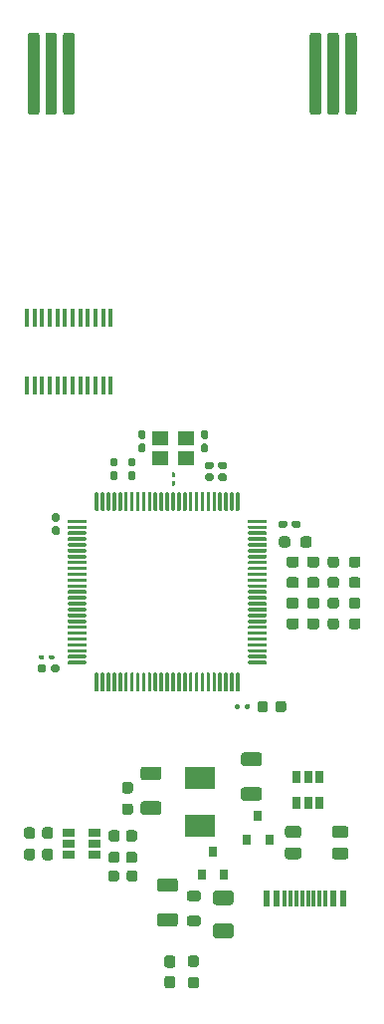
<source format=gbr>
%TF.GenerationSoftware,KiCad,Pcbnew,5.1.10*%
%TF.CreationDate,2021-05-11T19:06:34-06:00*%
%TF.ProjectId,LinkMeBaby,4c696e6b-4d65-4426-9162-792e6b696361,rev?*%
%TF.SameCoordinates,Original*%
%TF.FileFunction,Paste,Top*%
%TF.FilePolarity,Positive*%
%FSLAX46Y46*%
G04 Gerber Fmt 4.6, Leading zero omitted, Abs format (unit mm)*
G04 Created by KiCad (PCBNEW 5.1.10) date 2021-05-11 19:06:34*
%MOMM*%
%LPD*%
G01*
G04 APERTURE LIST*
%ADD10R,0.410000X1.570000*%
%ADD11R,0.800000X0.900000*%
%ADD12R,0.300000X1.450000*%
%ADD13R,0.600000X1.450000*%
%ADD14R,2.500000X1.900000*%
%ADD15R,0.650000X1.060000*%
%ADD16R,1.060000X0.650000*%
%ADD17R,1.400000X1.200000*%
G04 APERTURE END LIST*
D10*
%TO.C,U1*%
X27975000Y-52430000D03*
X27325000Y-52430000D03*
X26675000Y-52430000D03*
X26025000Y-52430000D03*
X25375000Y-52430000D03*
X24725000Y-52430000D03*
X24075000Y-52430000D03*
X23425000Y-52430000D03*
X22775000Y-52430000D03*
X22125000Y-52430000D03*
X21475000Y-52430000D03*
X20825000Y-52430000D03*
X20825000Y-58170000D03*
X21475000Y-58170000D03*
X22125000Y-58170000D03*
X22775000Y-58170000D03*
X23425000Y-58170000D03*
X24075000Y-58170000D03*
X24725000Y-58170000D03*
X25375000Y-58170000D03*
X26025000Y-58170000D03*
X26675000Y-58170000D03*
X27325000Y-58170000D03*
X27975000Y-58170000D03*
%TD*%
%TO.C,C3*%
G36*
G01*
X42000000Y-85700000D02*
X42000000Y-85200000D01*
G75*
G02*
X42225000Y-84975000I225000J0D01*
G01*
X42675000Y-84975000D01*
G75*
G02*
X42900000Y-85200000I0J-225000D01*
G01*
X42900000Y-85700000D01*
G75*
G02*
X42675000Y-85925000I-225000J0D01*
G01*
X42225000Y-85925000D01*
G75*
G02*
X42000000Y-85700000I0J225000D01*
G01*
G37*
G36*
G01*
X40450000Y-85700000D02*
X40450000Y-85200000D01*
G75*
G02*
X40675000Y-84975000I225000J0D01*
G01*
X41125000Y-84975000D01*
G75*
G02*
X41350000Y-85200000I0J-225000D01*
G01*
X41350000Y-85700000D01*
G75*
G02*
X41125000Y-85925000I-225000J0D01*
G01*
X40675000Y-85925000D01*
G75*
G02*
X40450000Y-85700000I0J225000D01*
G01*
G37*
%TD*%
%TO.C,C1*%
G36*
G01*
X22296500Y-81160000D02*
X22296500Y-81340000D01*
G75*
G02*
X22206500Y-81430000I-90000J0D01*
G01*
X21928500Y-81430000D01*
G75*
G02*
X21838500Y-81340000I0J90000D01*
G01*
X21838500Y-81160000D01*
G75*
G02*
X21928500Y-81070000I90000J0D01*
G01*
X22206500Y-81070000D01*
G75*
G02*
X22296500Y-81160000I0J-90000D01*
G01*
G37*
G36*
G01*
X23161500Y-81160000D02*
X23161500Y-81340000D01*
G75*
G02*
X23071500Y-81430000I-90000J0D01*
G01*
X22793500Y-81430000D01*
G75*
G02*
X22703500Y-81340000I0J90000D01*
G01*
X22703500Y-81160000D01*
G75*
G02*
X22793500Y-81070000I90000J0D01*
G01*
X23071500Y-81070000D01*
G75*
G02*
X23161500Y-81160000I0J-90000D01*
G01*
G37*
%TD*%
%TO.C,C2*%
G36*
G01*
X38513500Y-85540000D02*
X38513500Y-85360000D01*
G75*
G02*
X38603500Y-85270000I90000J0D01*
G01*
X38881500Y-85270000D01*
G75*
G02*
X38971500Y-85360000I0J-90000D01*
G01*
X38971500Y-85540000D01*
G75*
G02*
X38881500Y-85630000I-90000J0D01*
G01*
X38603500Y-85630000D01*
G75*
G02*
X38513500Y-85540000I0J90000D01*
G01*
G37*
G36*
G01*
X39378500Y-85540000D02*
X39378500Y-85360000D01*
G75*
G02*
X39468500Y-85270000I90000J0D01*
G01*
X39746500Y-85270000D01*
G75*
G02*
X39836500Y-85360000I0J-90000D01*
G01*
X39836500Y-85540000D01*
G75*
G02*
X39746500Y-85630000I-90000J0D01*
G01*
X39468500Y-85630000D01*
G75*
G02*
X39378500Y-85540000I0J90000D01*
G01*
G37*
%TD*%
%TO.C,C4*%
G36*
G01*
X42240000Y-70105000D02*
X42240000Y-69795000D01*
G75*
G02*
X42395000Y-69640000I155000J0D01*
G01*
X42820000Y-69640000D01*
G75*
G02*
X42975000Y-69795000I0J-155000D01*
G01*
X42975000Y-70105000D01*
G75*
G02*
X42820000Y-70260000I-155000J0D01*
G01*
X42395000Y-70260000D01*
G75*
G02*
X42240000Y-70105000I0J155000D01*
G01*
G37*
G36*
G01*
X43375000Y-70105000D02*
X43375000Y-69795000D01*
G75*
G02*
X43530000Y-69640000I155000J0D01*
G01*
X43955000Y-69640000D01*
G75*
G02*
X44110000Y-69795000I0J-155000D01*
G01*
X44110000Y-70105000D01*
G75*
G02*
X43955000Y-70260000I-155000J0D01*
G01*
X43530000Y-70260000D01*
G75*
G02*
X43375000Y-70105000I0J155000D01*
G01*
G37*
%TD*%
%TO.C,C5*%
G36*
G01*
X40600001Y-90500000D02*
X39299999Y-90500000D01*
G75*
G02*
X39050000Y-90250001I0J249999D01*
G01*
X39050000Y-89599999D01*
G75*
G02*
X39299999Y-89350000I249999J0D01*
G01*
X40600001Y-89350000D01*
G75*
G02*
X40850000Y-89599999I0J-249999D01*
G01*
X40850000Y-90250001D01*
G75*
G02*
X40600001Y-90500000I-249999J0D01*
G01*
G37*
G36*
G01*
X40600001Y-93450000D02*
X39299999Y-93450000D01*
G75*
G02*
X39050000Y-93200001I0J249999D01*
G01*
X39050000Y-92549999D01*
G75*
G02*
X39299999Y-92300000I249999J0D01*
G01*
X40600001Y-92300000D01*
G75*
G02*
X40850000Y-92549999I0J-249999D01*
G01*
X40850000Y-93200001D01*
G75*
G02*
X40600001Y-93450000I-249999J0D01*
G01*
G37*
%TD*%
%TO.C,C6*%
G36*
G01*
X23455000Y-70860000D02*
X23145000Y-70860000D01*
G75*
G02*
X22990000Y-70705000I0J155000D01*
G01*
X22990000Y-70280000D01*
G75*
G02*
X23145000Y-70125000I155000J0D01*
G01*
X23455000Y-70125000D01*
G75*
G02*
X23610000Y-70280000I0J-155000D01*
G01*
X23610000Y-70705000D01*
G75*
G02*
X23455000Y-70860000I-155000J0D01*
G01*
G37*
G36*
G01*
X23455000Y-69725000D02*
X23145000Y-69725000D01*
G75*
G02*
X22990000Y-69570000I0J155000D01*
G01*
X22990000Y-69145000D01*
G75*
G02*
X23145000Y-68990000I155000J0D01*
G01*
X23455000Y-68990000D01*
G75*
G02*
X23610000Y-69145000I0J-155000D01*
G01*
X23610000Y-69570000D01*
G75*
G02*
X23455000Y-69725000I-155000J0D01*
G01*
G37*
%TD*%
%TO.C,C7*%
G36*
G01*
X33450001Y-104150000D02*
X32149999Y-104150000D01*
G75*
G02*
X31900000Y-103900001I0J249999D01*
G01*
X31900000Y-103249999D01*
G75*
G02*
X32149999Y-103000000I249999J0D01*
G01*
X33450001Y-103000000D01*
G75*
G02*
X33700000Y-103249999I0J-249999D01*
G01*
X33700000Y-103900001D01*
G75*
G02*
X33450001Y-104150000I-249999J0D01*
G01*
G37*
G36*
G01*
X33450001Y-101200000D02*
X32149999Y-101200000D01*
G75*
G02*
X31900000Y-100950001I0J249999D01*
G01*
X31900000Y-100299999D01*
G75*
G02*
X32149999Y-100050000I249999J0D01*
G01*
X33450001Y-100050000D01*
G75*
G02*
X33700000Y-100299999I0J-249999D01*
G01*
X33700000Y-100950001D01*
G75*
G02*
X33450001Y-101200000I-249999J0D01*
G01*
G37*
%TD*%
%TO.C,C8*%
G36*
G01*
X30780000Y-62700000D02*
X30470000Y-62700000D01*
G75*
G02*
X30315000Y-62545000I0J155000D01*
G01*
X30315000Y-62120000D01*
G75*
G02*
X30470000Y-61965000I155000J0D01*
G01*
X30780000Y-61965000D01*
G75*
G02*
X30935000Y-62120000I0J-155000D01*
G01*
X30935000Y-62545000D01*
G75*
G02*
X30780000Y-62700000I-155000J0D01*
G01*
G37*
G36*
G01*
X30780000Y-63835000D02*
X30470000Y-63835000D01*
G75*
G02*
X30315000Y-63680000I0J155000D01*
G01*
X30315000Y-63255000D01*
G75*
G02*
X30470000Y-63100000I155000J0D01*
G01*
X30780000Y-63100000D01*
G75*
G02*
X30935000Y-63255000I0J-155000D01*
G01*
X30935000Y-63680000D01*
G75*
G02*
X30780000Y-63835000I-155000J0D01*
G01*
G37*
%TD*%
%TO.C,C9*%
G36*
G01*
X32050001Y-94650000D02*
X30749999Y-94650000D01*
G75*
G02*
X30500000Y-94400001I0J249999D01*
G01*
X30500000Y-93749999D01*
G75*
G02*
X30749999Y-93500000I249999J0D01*
G01*
X32050001Y-93500000D01*
G75*
G02*
X32300000Y-93749999I0J-249999D01*
G01*
X32300000Y-94400001D01*
G75*
G02*
X32050001Y-94650000I-249999J0D01*
G01*
G37*
G36*
G01*
X32050001Y-91700000D02*
X30749999Y-91700000D01*
G75*
G02*
X30500000Y-91450001I0J249999D01*
G01*
X30500000Y-90799999D01*
G75*
G02*
X30749999Y-90550000I249999J0D01*
G01*
X32050001Y-90550000D01*
G75*
G02*
X32300000Y-90799999I0J-249999D01*
G01*
X32300000Y-91450001D01*
G75*
G02*
X32050001Y-91700000I-249999J0D01*
G01*
G37*
%TD*%
%TO.C,C10*%
G36*
G01*
X37125000Y-66105000D02*
X37125000Y-65795000D01*
G75*
G02*
X37280000Y-65640000I155000J0D01*
G01*
X37705000Y-65640000D01*
G75*
G02*
X37860000Y-65795000I0J-155000D01*
G01*
X37860000Y-66105000D01*
G75*
G02*
X37705000Y-66260000I-155000J0D01*
G01*
X37280000Y-66260000D01*
G75*
G02*
X37125000Y-66105000I0J155000D01*
G01*
G37*
G36*
G01*
X35990000Y-66105000D02*
X35990000Y-65795000D01*
G75*
G02*
X36145000Y-65640000I155000J0D01*
G01*
X36570000Y-65640000D01*
G75*
G02*
X36725000Y-65795000I0J-155000D01*
G01*
X36725000Y-66105000D01*
G75*
G02*
X36570000Y-66260000I-155000J0D01*
G01*
X36145000Y-66260000D01*
G75*
G02*
X35990000Y-66105000I0J155000D01*
G01*
G37*
%TD*%
%TO.C,C11*%
G36*
G01*
X23610000Y-82045000D02*
X23610000Y-82355000D01*
G75*
G02*
X23455000Y-82510000I-155000J0D01*
G01*
X23030000Y-82510000D01*
G75*
G02*
X22875000Y-82355000I0J155000D01*
G01*
X22875000Y-82045000D01*
G75*
G02*
X23030000Y-81890000I155000J0D01*
G01*
X23455000Y-81890000D01*
G75*
G02*
X23610000Y-82045000I0J-155000D01*
G01*
G37*
G36*
G01*
X22475000Y-82045000D02*
X22475000Y-82355000D01*
G75*
G02*
X22320000Y-82510000I-155000J0D01*
G01*
X21895000Y-82510000D01*
G75*
G02*
X21740000Y-82355000I0J155000D01*
G01*
X21740000Y-82045000D01*
G75*
G02*
X21895000Y-81890000I155000J0D01*
G01*
X22320000Y-81890000D01*
G75*
G02*
X22475000Y-82045000I0J-155000D01*
G01*
G37*
%TD*%
%TO.C,C12*%
G36*
G01*
X35795000Y-61965000D02*
X36105000Y-61965000D01*
G75*
G02*
X36260000Y-62120000I0J-155000D01*
G01*
X36260000Y-62545000D01*
G75*
G02*
X36105000Y-62700000I-155000J0D01*
G01*
X35795000Y-62700000D01*
G75*
G02*
X35640000Y-62545000I0J155000D01*
G01*
X35640000Y-62120000D01*
G75*
G02*
X35795000Y-61965000I155000J0D01*
G01*
G37*
G36*
G01*
X35795000Y-63100000D02*
X36105000Y-63100000D01*
G75*
G02*
X36260000Y-63255000I0J-155000D01*
G01*
X36260000Y-63680000D01*
G75*
G02*
X36105000Y-63835000I-155000J0D01*
G01*
X35795000Y-63835000D01*
G75*
G02*
X35640000Y-63680000I0J155000D01*
G01*
X35640000Y-63255000D01*
G75*
G02*
X35795000Y-63100000I155000J0D01*
G01*
G37*
%TD*%
%TO.C,C13*%
G36*
G01*
X29930000Y-65050000D02*
X29620000Y-65050000D01*
G75*
G02*
X29465000Y-64895000I0J155000D01*
G01*
X29465000Y-64470000D01*
G75*
G02*
X29620000Y-64315000I155000J0D01*
G01*
X29930000Y-64315000D01*
G75*
G02*
X30085000Y-64470000I0J-155000D01*
G01*
X30085000Y-64895000D01*
G75*
G02*
X29930000Y-65050000I-155000J0D01*
G01*
G37*
G36*
G01*
X29930000Y-66185000D02*
X29620000Y-66185000D01*
G75*
G02*
X29465000Y-66030000I0J155000D01*
G01*
X29465000Y-65605000D01*
G75*
G02*
X29620000Y-65450000I155000J0D01*
G01*
X29930000Y-65450000D01*
G75*
G02*
X30085000Y-65605000I0J-155000D01*
G01*
X30085000Y-66030000D01*
G75*
G02*
X29930000Y-66185000I-155000J0D01*
G01*
G37*
%TD*%
%TO.C,C14*%
G36*
G01*
X28405000Y-66185000D02*
X28095000Y-66185000D01*
G75*
G02*
X27940000Y-66030000I0J155000D01*
G01*
X27940000Y-65605000D01*
G75*
G02*
X28095000Y-65450000I155000J0D01*
G01*
X28405000Y-65450000D01*
G75*
G02*
X28560000Y-65605000I0J-155000D01*
G01*
X28560000Y-66030000D01*
G75*
G02*
X28405000Y-66185000I-155000J0D01*
G01*
G37*
G36*
G01*
X28405000Y-65050000D02*
X28095000Y-65050000D01*
G75*
G02*
X27940000Y-64895000I0J155000D01*
G01*
X27940000Y-64470000D01*
G75*
G02*
X28095000Y-64315000I155000J0D01*
G01*
X28405000Y-64315000D01*
G75*
G02*
X28560000Y-64470000I0J-155000D01*
G01*
X28560000Y-64895000D01*
G75*
G02*
X28405000Y-65050000I-155000J0D01*
G01*
G37*
%TD*%
%TO.C,C15*%
G36*
G01*
X37125000Y-65105000D02*
X37125000Y-64795000D01*
G75*
G02*
X37280000Y-64640000I155000J0D01*
G01*
X37705000Y-64640000D01*
G75*
G02*
X37860000Y-64795000I0J-155000D01*
G01*
X37860000Y-65105000D01*
G75*
G02*
X37705000Y-65260000I-155000J0D01*
G01*
X37280000Y-65260000D01*
G75*
G02*
X37125000Y-65105000I0J155000D01*
G01*
G37*
G36*
G01*
X35990000Y-65105000D02*
X35990000Y-64795000D01*
G75*
G02*
X36145000Y-64640000I155000J0D01*
G01*
X36570000Y-64640000D01*
G75*
G02*
X36725000Y-64795000I0J-155000D01*
G01*
X36725000Y-65105000D01*
G75*
G02*
X36570000Y-65260000I-155000J0D01*
G01*
X36145000Y-65260000D01*
G75*
G02*
X35990000Y-65105000I0J155000D01*
G01*
G37*
%TD*%
%TO.C,C16*%
G36*
G01*
X27775000Y-100100000D02*
X27775000Y-99600000D01*
G75*
G02*
X28000000Y-99375000I225000J0D01*
G01*
X28450000Y-99375000D01*
G75*
G02*
X28675000Y-99600000I0J-225000D01*
G01*
X28675000Y-100100000D01*
G75*
G02*
X28450000Y-100325000I-225000J0D01*
G01*
X28000000Y-100325000D01*
G75*
G02*
X27775000Y-100100000I0J225000D01*
G01*
G37*
G36*
G01*
X29325000Y-100100000D02*
X29325000Y-99600000D01*
G75*
G02*
X29550000Y-99375000I225000J0D01*
G01*
X30000000Y-99375000D01*
G75*
G02*
X30225000Y-99600000I0J-225000D01*
G01*
X30225000Y-100100000D01*
G75*
G02*
X30000000Y-100325000I-225000J0D01*
G01*
X29550000Y-100325000D01*
G75*
G02*
X29325000Y-100100000I0J225000D01*
G01*
G37*
%TD*%
%TO.C,D1*%
G36*
G01*
X45725000Y-78162500D02*
X45725000Y-78637500D01*
G75*
G02*
X45487500Y-78875000I-237500J0D01*
G01*
X44912500Y-78875000D01*
G75*
G02*
X44675000Y-78637500I0J237500D01*
G01*
X44675000Y-78162500D01*
G75*
G02*
X44912500Y-77925000I237500J0D01*
G01*
X45487500Y-77925000D01*
G75*
G02*
X45725000Y-78162500I0J-237500D01*
G01*
G37*
G36*
G01*
X43975000Y-78162500D02*
X43975000Y-78637500D01*
G75*
G02*
X43737500Y-78875000I-237500J0D01*
G01*
X43162500Y-78875000D01*
G75*
G02*
X42925000Y-78637500I0J237500D01*
G01*
X42925000Y-78162500D01*
G75*
G02*
X43162500Y-77925000I237500J0D01*
G01*
X43737500Y-77925000D01*
G75*
G02*
X43975000Y-78162500I0J-237500D01*
G01*
G37*
%TD*%
%TO.C,D2*%
G36*
G01*
X43975000Y-76412500D02*
X43975000Y-76887500D01*
G75*
G02*
X43737500Y-77125000I-237500J0D01*
G01*
X43162500Y-77125000D01*
G75*
G02*
X42925000Y-76887500I0J237500D01*
G01*
X42925000Y-76412500D01*
G75*
G02*
X43162500Y-76175000I237500J0D01*
G01*
X43737500Y-76175000D01*
G75*
G02*
X43975000Y-76412500I0J-237500D01*
G01*
G37*
G36*
G01*
X45725000Y-76412500D02*
X45725000Y-76887500D01*
G75*
G02*
X45487500Y-77125000I-237500J0D01*
G01*
X44912500Y-77125000D01*
G75*
G02*
X44675000Y-76887500I0J237500D01*
G01*
X44675000Y-76412500D01*
G75*
G02*
X44912500Y-76175000I237500J0D01*
G01*
X45487500Y-76175000D01*
G75*
G02*
X45725000Y-76412500I0J-237500D01*
G01*
G37*
%TD*%
%TO.C,D3*%
G36*
G01*
X43975000Y-74662500D02*
X43975000Y-75137500D01*
G75*
G02*
X43737500Y-75375000I-237500J0D01*
G01*
X43162500Y-75375000D01*
G75*
G02*
X42925000Y-75137500I0J237500D01*
G01*
X42925000Y-74662500D01*
G75*
G02*
X43162500Y-74425000I237500J0D01*
G01*
X43737500Y-74425000D01*
G75*
G02*
X43975000Y-74662500I0J-237500D01*
G01*
G37*
G36*
G01*
X45725000Y-74662500D02*
X45725000Y-75137500D01*
G75*
G02*
X45487500Y-75375000I-237500J0D01*
G01*
X44912500Y-75375000D01*
G75*
G02*
X44675000Y-75137500I0J237500D01*
G01*
X44675000Y-74662500D01*
G75*
G02*
X44912500Y-74425000I237500J0D01*
G01*
X45487500Y-74425000D01*
G75*
G02*
X45725000Y-74662500I0J-237500D01*
G01*
G37*
%TD*%
%TO.C,D4*%
G36*
G01*
X45725000Y-72912500D02*
X45725000Y-73387500D01*
G75*
G02*
X45487500Y-73625000I-237500J0D01*
G01*
X44912500Y-73625000D01*
G75*
G02*
X44675000Y-73387500I0J237500D01*
G01*
X44675000Y-72912500D01*
G75*
G02*
X44912500Y-72675000I237500J0D01*
G01*
X45487500Y-72675000D01*
G75*
G02*
X45725000Y-72912500I0J-237500D01*
G01*
G37*
G36*
G01*
X43975000Y-72912500D02*
X43975000Y-73387500D01*
G75*
G02*
X43737500Y-73625000I-237500J0D01*
G01*
X43162500Y-73625000D01*
G75*
G02*
X42925000Y-73387500I0J237500D01*
G01*
X42925000Y-72912500D01*
G75*
G02*
X43162500Y-72675000I237500J0D01*
G01*
X43737500Y-72675000D01*
G75*
G02*
X43975000Y-72912500I0J-237500D01*
G01*
G37*
%TD*%
D11*
%TO.C,D5*%
X39550000Y-96750000D03*
X41450000Y-96750000D03*
X40500000Y-94750000D03*
%TD*%
%TO.C,D6*%
X36650000Y-97750000D03*
X37600000Y-99750000D03*
X35700000Y-99750000D03*
%TD*%
%TO.C,D7*%
G36*
G01*
X32762500Y-106600000D02*
X33237500Y-106600000D01*
G75*
G02*
X33475000Y-106837500I0J-237500D01*
G01*
X33475000Y-107412500D01*
G75*
G02*
X33237500Y-107650000I-237500J0D01*
G01*
X32762500Y-107650000D01*
G75*
G02*
X32525000Y-107412500I0J237500D01*
G01*
X32525000Y-106837500D01*
G75*
G02*
X32762500Y-106600000I237500J0D01*
G01*
G37*
G36*
G01*
X32762500Y-108350000D02*
X33237500Y-108350000D01*
G75*
G02*
X33475000Y-108587500I0J-237500D01*
G01*
X33475000Y-109162500D01*
G75*
G02*
X33237500Y-109400000I-237500J0D01*
G01*
X32762500Y-109400000D01*
G75*
G02*
X32525000Y-109162500I0J237500D01*
G01*
X32525000Y-108587500D01*
G75*
G02*
X32762500Y-108350000I237500J0D01*
G01*
G37*
%TD*%
%TO.C,F1*%
G36*
G01*
X38175000Y-105125000D02*
X36925000Y-105125000D01*
G75*
G02*
X36675000Y-104875000I0J250000D01*
G01*
X36675000Y-104125000D01*
G75*
G02*
X36925000Y-103875000I250000J0D01*
G01*
X38175000Y-103875000D01*
G75*
G02*
X38425000Y-104125000I0J-250000D01*
G01*
X38425000Y-104875000D01*
G75*
G02*
X38175000Y-105125000I-250000J0D01*
G01*
G37*
G36*
G01*
X38175000Y-102325000D02*
X36925000Y-102325000D01*
G75*
G02*
X36675000Y-102075000I0J250000D01*
G01*
X36675000Y-101325000D01*
G75*
G02*
X36925000Y-101075000I250000J0D01*
G01*
X38175000Y-101075000D01*
G75*
G02*
X38425000Y-101325000I0J-250000D01*
G01*
X38425000Y-102075000D01*
G75*
G02*
X38175000Y-102325000I-250000J0D01*
G01*
G37*
%TD*%
%TO.C,FB1*%
G36*
G01*
X34668750Y-101100000D02*
X35431250Y-101100000D01*
G75*
G02*
X35650000Y-101318750I0J-218750D01*
G01*
X35650000Y-101756250D01*
G75*
G02*
X35431250Y-101975000I-218750J0D01*
G01*
X34668750Y-101975000D01*
G75*
G02*
X34450000Y-101756250I0J218750D01*
G01*
X34450000Y-101318750D01*
G75*
G02*
X34668750Y-101100000I218750J0D01*
G01*
G37*
G36*
G01*
X34668750Y-103225000D02*
X35431250Y-103225000D01*
G75*
G02*
X35650000Y-103443750I0J-218750D01*
G01*
X35650000Y-103881250D01*
G75*
G02*
X35431250Y-104100000I-218750J0D01*
G01*
X34668750Y-104100000D01*
G75*
G02*
X34450000Y-103881250I0J218750D01*
G01*
X34450000Y-103443750D01*
G75*
G02*
X34668750Y-103225000I218750J0D01*
G01*
G37*
%TD*%
D12*
%TO.C,J1*%
X44250000Y-101755000D03*
X46250000Y-101755000D03*
X45750000Y-101755000D03*
X45250000Y-101755000D03*
X44750000Y-101755000D03*
X43750000Y-101755000D03*
X43250000Y-101755000D03*
X42750000Y-101755000D03*
D13*
X47750000Y-101755000D03*
X46950000Y-101755000D03*
X42050000Y-101755000D03*
X41250000Y-101755000D03*
X41250000Y-101755000D03*
X42050000Y-101755000D03*
X46950000Y-101755000D03*
X47750000Y-101755000D03*
%TD*%
%TO.C,J3*%
G36*
G01*
X45900000Y-28400000D02*
X45900000Y-34900000D01*
G75*
G02*
X45650000Y-35150000I-250000J0D01*
G01*
X45150000Y-35150000D01*
G75*
G02*
X44900000Y-34900000I0J250000D01*
G01*
X44900000Y-28400000D01*
G75*
G02*
X45150000Y-28150000I250000J0D01*
G01*
X45650000Y-28150000D01*
G75*
G02*
X45900000Y-28400000I0J-250000D01*
G01*
G37*
G36*
G01*
X47400000Y-28400000D02*
X47400000Y-34900000D01*
G75*
G02*
X47150000Y-35150000I-250000J0D01*
G01*
X46650000Y-35150000D01*
G75*
G02*
X46400000Y-34900000I0J250000D01*
G01*
X46400000Y-28400000D01*
G75*
G02*
X46650000Y-28150000I250000J0D01*
G01*
X47150000Y-28150000D01*
G75*
G02*
X47400000Y-28400000I0J-250000D01*
G01*
G37*
G36*
G01*
X48900000Y-28400000D02*
X48900000Y-34900000D01*
G75*
G02*
X48650000Y-35150000I-250000J0D01*
G01*
X48150000Y-35150000D01*
G75*
G02*
X47900000Y-34900000I0J250000D01*
G01*
X47900000Y-28400000D01*
G75*
G02*
X48150000Y-28150000I250000J0D01*
G01*
X48650000Y-28150000D01*
G75*
G02*
X48900000Y-28400000I0J-250000D01*
G01*
G37*
%TD*%
%TO.C,J4*%
G36*
G01*
X24900000Y-28400000D02*
X24900000Y-34900000D01*
G75*
G02*
X24650000Y-35150000I-250000J0D01*
G01*
X24150000Y-35150000D01*
G75*
G02*
X23900000Y-34900000I0J250000D01*
G01*
X23900000Y-28400000D01*
G75*
G02*
X24150000Y-28150000I250000J0D01*
G01*
X24650000Y-28150000D01*
G75*
G02*
X24900000Y-28400000I0J-250000D01*
G01*
G37*
G36*
G01*
X23400000Y-28400000D02*
X23400000Y-34900000D01*
G75*
G02*
X23150000Y-35150000I-250000J0D01*
G01*
X22650000Y-35150000D01*
G75*
G02*
X22400000Y-34900000I0J250000D01*
G01*
X22400000Y-28400000D01*
G75*
G02*
X22650000Y-28150000I250000J0D01*
G01*
X23150000Y-28150000D01*
G75*
G02*
X23400000Y-28400000I0J-250000D01*
G01*
G37*
G36*
G01*
X21900000Y-28400000D02*
X21900000Y-34900000D01*
G75*
G02*
X21650000Y-35150000I-250000J0D01*
G01*
X21150000Y-35150000D01*
G75*
G02*
X20900000Y-34900000I0J250000D01*
G01*
X20900000Y-28400000D01*
G75*
G02*
X21150000Y-28150000I250000J0D01*
G01*
X21650000Y-28150000D01*
G75*
G02*
X21900000Y-28400000I0J-250000D01*
G01*
G37*
%TD*%
D14*
%TO.C,L1*%
X35550000Y-95600000D03*
X35550000Y-91500000D03*
%TD*%
%TO.C,R1*%
G36*
G01*
X43950001Y-98425000D02*
X43049999Y-98425000D01*
G75*
G02*
X42800000Y-98175001I0J249999D01*
G01*
X42800000Y-97649999D01*
G75*
G02*
X43049999Y-97400000I249999J0D01*
G01*
X43950001Y-97400000D01*
G75*
G02*
X44200000Y-97649999I0J-249999D01*
G01*
X44200000Y-98175001D01*
G75*
G02*
X43950001Y-98425000I-249999J0D01*
G01*
G37*
G36*
G01*
X43950001Y-96600000D02*
X43049999Y-96600000D01*
G75*
G02*
X42800000Y-96350001I0J249999D01*
G01*
X42800000Y-95824999D01*
G75*
G02*
X43049999Y-95575000I249999J0D01*
G01*
X43950001Y-95575000D01*
G75*
G02*
X44200000Y-95824999I0J-249999D01*
G01*
X44200000Y-96350001D01*
G75*
G02*
X43950001Y-96600000I-249999J0D01*
G01*
G37*
%TD*%
%TO.C,R2*%
G36*
G01*
X47950001Y-96600000D02*
X47049999Y-96600000D01*
G75*
G02*
X46800000Y-96350001I0J249999D01*
G01*
X46800000Y-95824999D01*
G75*
G02*
X47049999Y-95575000I249999J0D01*
G01*
X47950001Y-95575000D01*
G75*
G02*
X48200000Y-95824999I0J-249999D01*
G01*
X48200000Y-96350001D01*
G75*
G02*
X47950001Y-96600000I-249999J0D01*
G01*
G37*
G36*
G01*
X47950001Y-98425000D02*
X47049999Y-98425000D01*
G75*
G02*
X46800000Y-98175001I0J249999D01*
G01*
X46800000Y-97649999D01*
G75*
G02*
X47049999Y-97400000I249999J0D01*
G01*
X47950001Y-97400000D01*
G75*
G02*
X48200000Y-97649999I0J-249999D01*
G01*
X48200000Y-98175001D01*
G75*
G02*
X47950001Y-98425000I-249999J0D01*
G01*
G37*
%TD*%
%TO.C,R3*%
G36*
G01*
X47400000Y-78162500D02*
X47400000Y-78637500D01*
G75*
G02*
X47162500Y-78875000I-237500J0D01*
G01*
X46662500Y-78875000D01*
G75*
G02*
X46425000Y-78637500I0J237500D01*
G01*
X46425000Y-78162500D01*
G75*
G02*
X46662500Y-77925000I237500J0D01*
G01*
X47162500Y-77925000D01*
G75*
G02*
X47400000Y-78162500I0J-237500D01*
G01*
G37*
G36*
G01*
X49225000Y-78162500D02*
X49225000Y-78637500D01*
G75*
G02*
X48987500Y-78875000I-237500J0D01*
G01*
X48487500Y-78875000D01*
G75*
G02*
X48250000Y-78637500I0J237500D01*
G01*
X48250000Y-78162500D01*
G75*
G02*
X48487500Y-77925000I237500J0D01*
G01*
X48987500Y-77925000D01*
G75*
G02*
X49225000Y-78162500I0J-237500D01*
G01*
G37*
%TD*%
%TO.C,R4*%
G36*
G01*
X49225000Y-76412500D02*
X49225000Y-76887500D01*
G75*
G02*
X48987500Y-77125000I-237500J0D01*
G01*
X48487500Y-77125000D01*
G75*
G02*
X48250000Y-76887500I0J237500D01*
G01*
X48250000Y-76412500D01*
G75*
G02*
X48487500Y-76175000I237500J0D01*
G01*
X48987500Y-76175000D01*
G75*
G02*
X49225000Y-76412500I0J-237500D01*
G01*
G37*
G36*
G01*
X47400000Y-76412500D02*
X47400000Y-76887500D01*
G75*
G02*
X47162500Y-77125000I-237500J0D01*
G01*
X46662500Y-77125000D01*
G75*
G02*
X46425000Y-76887500I0J237500D01*
G01*
X46425000Y-76412500D01*
G75*
G02*
X46662500Y-76175000I237500J0D01*
G01*
X47162500Y-76175000D01*
G75*
G02*
X47400000Y-76412500I0J-237500D01*
G01*
G37*
%TD*%
%TO.C,R5*%
G36*
G01*
X44100000Y-71687500D02*
X44100000Y-71212500D01*
G75*
G02*
X44337500Y-70975000I237500J0D01*
G01*
X44837500Y-70975000D01*
G75*
G02*
X45075000Y-71212500I0J-237500D01*
G01*
X45075000Y-71687500D01*
G75*
G02*
X44837500Y-71925000I-237500J0D01*
G01*
X44337500Y-71925000D01*
G75*
G02*
X44100000Y-71687500I0J237500D01*
G01*
G37*
G36*
G01*
X42275000Y-71687500D02*
X42275000Y-71212500D01*
G75*
G02*
X42512500Y-70975000I237500J0D01*
G01*
X43012500Y-70975000D01*
G75*
G02*
X43250000Y-71212500I0J-237500D01*
G01*
X43250000Y-71687500D01*
G75*
G02*
X43012500Y-71925000I-237500J0D01*
G01*
X42512500Y-71925000D01*
G75*
G02*
X42275000Y-71687500I0J237500D01*
G01*
G37*
%TD*%
%TO.C,R6*%
G36*
G01*
X47400000Y-74662500D02*
X47400000Y-75137500D01*
G75*
G02*
X47162500Y-75375000I-237500J0D01*
G01*
X46662500Y-75375000D01*
G75*
G02*
X46425000Y-75137500I0J237500D01*
G01*
X46425000Y-74662500D01*
G75*
G02*
X46662500Y-74425000I237500J0D01*
G01*
X47162500Y-74425000D01*
G75*
G02*
X47400000Y-74662500I0J-237500D01*
G01*
G37*
G36*
G01*
X49225000Y-74662500D02*
X49225000Y-75137500D01*
G75*
G02*
X48987500Y-75375000I-237500J0D01*
G01*
X48487500Y-75375000D01*
G75*
G02*
X48250000Y-75137500I0J237500D01*
G01*
X48250000Y-74662500D01*
G75*
G02*
X48487500Y-74425000I237500J0D01*
G01*
X48987500Y-74425000D01*
G75*
G02*
X49225000Y-74662500I0J-237500D01*
G01*
G37*
%TD*%
%TO.C,R7*%
G36*
G01*
X49225000Y-72912500D02*
X49225000Y-73387500D01*
G75*
G02*
X48987500Y-73625000I-237500J0D01*
G01*
X48487500Y-73625000D01*
G75*
G02*
X48250000Y-73387500I0J237500D01*
G01*
X48250000Y-72912500D01*
G75*
G02*
X48487500Y-72675000I237500J0D01*
G01*
X48987500Y-72675000D01*
G75*
G02*
X49225000Y-72912500I0J-237500D01*
G01*
G37*
G36*
G01*
X47400000Y-72912500D02*
X47400000Y-73387500D01*
G75*
G02*
X47162500Y-73625000I-237500J0D01*
G01*
X46662500Y-73625000D01*
G75*
G02*
X46425000Y-73387500I0J237500D01*
G01*
X46425000Y-72912500D01*
G75*
G02*
X46662500Y-72675000I237500J0D01*
G01*
X47162500Y-72675000D01*
G75*
G02*
X47400000Y-72912500I0J-237500D01*
G01*
G37*
%TD*%
%TO.C,R8*%
G36*
G01*
X29162500Y-91850000D02*
X29637500Y-91850000D01*
G75*
G02*
X29875000Y-92087500I0J-237500D01*
G01*
X29875000Y-92587500D01*
G75*
G02*
X29637500Y-92825000I-237500J0D01*
G01*
X29162500Y-92825000D01*
G75*
G02*
X28925000Y-92587500I0J237500D01*
G01*
X28925000Y-92087500D01*
G75*
G02*
X29162500Y-91850000I237500J0D01*
G01*
G37*
G36*
G01*
X29162500Y-93675000D02*
X29637500Y-93675000D01*
G75*
G02*
X29875000Y-93912500I0J-237500D01*
G01*
X29875000Y-94412500D01*
G75*
G02*
X29637500Y-94650000I-237500J0D01*
G01*
X29162500Y-94650000D01*
G75*
G02*
X28925000Y-94412500I0J237500D01*
G01*
X28925000Y-93912500D01*
G75*
G02*
X29162500Y-93675000I237500J0D01*
G01*
G37*
%TD*%
%TO.C,R9*%
G36*
G01*
X29512500Y-97775000D02*
X29987500Y-97775000D01*
G75*
G02*
X30225000Y-98012500I0J-237500D01*
G01*
X30225000Y-98512500D01*
G75*
G02*
X29987500Y-98750000I-237500J0D01*
G01*
X29512500Y-98750000D01*
G75*
G02*
X29275000Y-98512500I0J237500D01*
G01*
X29275000Y-98012500D01*
G75*
G02*
X29512500Y-97775000I237500J0D01*
G01*
G37*
G36*
G01*
X29512500Y-95950000D02*
X29987500Y-95950000D01*
G75*
G02*
X30225000Y-96187500I0J-237500D01*
G01*
X30225000Y-96687500D01*
G75*
G02*
X29987500Y-96925000I-237500J0D01*
G01*
X29512500Y-96925000D01*
G75*
G02*
X29275000Y-96687500I0J237500D01*
G01*
X29275000Y-96187500D01*
G75*
G02*
X29512500Y-95950000I237500J0D01*
G01*
G37*
%TD*%
%TO.C,R10*%
G36*
G01*
X28487500Y-98750000D02*
X28012500Y-98750000D01*
G75*
G02*
X27775000Y-98512500I0J237500D01*
G01*
X27775000Y-98012500D01*
G75*
G02*
X28012500Y-97775000I237500J0D01*
G01*
X28487500Y-97775000D01*
G75*
G02*
X28725000Y-98012500I0J-237500D01*
G01*
X28725000Y-98512500D01*
G75*
G02*
X28487500Y-98750000I-237500J0D01*
G01*
G37*
G36*
G01*
X28487500Y-96925000D02*
X28012500Y-96925000D01*
G75*
G02*
X27775000Y-96687500I0J237500D01*
G01*
X27775000Y-96187500D01*
G75*
G02*
X28012500Y-95950000I237500J0D01*
G01*
X28487500Y-95950000D01*
G75*
G02*
X28725000Y-96187500I0J-237500D01*
G01*
X28725000Y-96687500D01*
G75*
G02*
X28487500Y-96925000I-237500J0D01*
G01*
G37*
%TD*%
%TO.C,R11*%
G36*
G01*
X33367500Y-66667500D02*
X33232500Y-66667500D01*
G75*
G02*
X33165000Y-66600000I0J67500D01*
G01*
X33165000Y-66325000D01*
G75*
G02*
X33232500Y-66257500I67500J0D01*
G01*
X33367500Y-66257500D01*
G75*
G02*
X33435000Y-66325000I0J-67500D01*
G01*
X33435000Y-66600000D01*
G75*
G02*
X33367500Y-66667500I-67500J0D01*
G01*
G37*
G36*
G01*
X33367500Y-65942500D02*
X33232500Y-65942500D01*
G75*
G02*
X33165000Y-65875000I0J67500D01*
G01*
X33165000Y-65600000D01*
G75*
G02*
X33232500Y-65532500I67500J0D01*
G01*
X33367500Y-65532500D01*
G75*
G02*
X33435000Y-65600000I0J-67500D01*
G01*
X33435000Y-65875000D01*
G75*
G02*
X33367500Y-65942500I-67500J0D01*
G01*
G37*
%TD*%
%TO.C,R12*%
G36*
G01*
X22362500Y-95700000D02*
X22837500Y-95700000D01*
G75*
G02*
X23075000Y-95937500I0J-237500D01*
G01*
X23075000Y-96437500D01*
G75*
G02*
X22837500Y-96675000I-237500J0D01*
G01*
X22362500Y-96675000D01*
G75*
G02*
X22125000Y-96437500I0J237500D01*
G01*
X22125000Y-95937500D01*
G75*
G02*
X22362500Y-95700000I237500J0D01*
G01*
G37*
G36*
G01*
X22362500Y-97525000D02*
X22837500Y-97525000D01*
G75*
G02*
X23075000Y-97762500I0J-237500D01*
G01*
X23075000Y-98262500D01*
G75*
G02*
X22837500Y-98500000I-237500J0D01*
G01*
X22362500Y-98500000D01*
G75*
G02*
X22125000Y-98262500I0J237500D01*
G01*
X22125000Y-97762500D01*
G75*
G02*
X22362500Y-97525000I237500J0D01*
G01*
G37*
%TD*%
%TO.C,R13*%
G36*
G01*
X21287500Y-96675000D02*
X20812500Y-96675000D01*
G75*
G02*
X20575000Y-96437500I0J237500D01*
G01*
X20575000Y-95937500D01*
G75*
G02*
X20812500Y-95700000I237500J0D01*
G01*
X21287500Y-95700000D01*
G75*
G02*
X21525000Y-95937500I0J-237500D01*
G01*
X21525000Y-96437500D01*
G75*
G02*
X21287500Y-96675000I-237500J0D01*
G01*
G37*
G36*
G01*
X21287500Y-98500000D02*
X20812500Y-98500000D01*
G75*
G02*
X20575000Y-98262500I0J237500D01*
G01*
X20575000Y-97762500D01*
G75*
G02*
X20812500Y-97525000I237500J0D01*
G01*
X21287500Y-97525000D01*
G75*
G02*
X21525000Y-97762500I0J-237500D01*
G01*
X21525000Y-98262500D01*
G75*
G02*
X21287500Y-98500000I-237500J0D01*
G01*
G37*
%TD*%
%TO.C,R14*%
G36*
G01*
X34762500Y-106600000D02*
X35237500Y-106600000D01*
G75*
G02*
X35475000Y-106837500I0J-237500D01*
G01*
X35475000Y-107337500D01*
G75*
G02*
X35237500Y-107575000I-237500J0D01*
G01*
X34762500Y-107575000D01*
G75*
G02*
X34525000Y-107337500I0J237500D01*
G01*
X34525000Y-106837500D01*
G75*
G02*
X34762500Y-106600000I237500J0D01*
G01*
G37*
G36*
G01*
X34762500Y-108425000D02*
X35237500Y-108425000D01*
G75*
G02*
X35475000Y-108662500I0J-237500D01*
G01*
X35475000Y-109162500D01*
G75*
G02*
X35237500Y-109400000I-237500J0D01*
G01*
X34762500Y-109400000D01*
G75*
G02*
X34525000Y-109162500I0J237500D01*
G01*
X34525000Y-108662500D01*
G75*
G02*
X34762500Y-108425000I237500J0D01*
G01*
G37*
%TD*%
D15*
%TO.C,U2*%
X43800000Y-93600000D03*
X44750000Y-93600000D03*
X45700000Y-93600000D03*
X45700000Y-91400000D03*
X43800000Y-91400000D03*
X44750000Y-91400000D03*
%TD*%
%TO.C,U3*%
G36*
G01*
X38700000Y-67225000D02*
X38850000Y-67225000D01*
G75*
G02*
X38925000Y-67300000I0J-75000D01*
G01*
X38925000Y-68750000D01*
G75*
G02*
X38850000Y-68825000I-75000J0D01*
G01*
X38700000Y-68825000D01*
G75*
G02*
X38625000Y-68750000I0J75000D01*
G01*
X38625000Y-67300000D01*
G75*
G02*
X38700000Y-67225000I75000J0D01*
G01*
G37*
G36*
G01*
X38200000Y-67225000D02*
X38350000Y-67225000D01*
G75*
G02*
X38425000Y-67300000I0J-75000D01*
G01*
X38425000Y-68750000D01*
G75*
G02*
X38350000Y-68825000I-75000J0D01*
G01*
X38200000Y-68825000D01*
G75*
G02*
X38125000Y-68750000I0J75000D01*
G01*
X38125000Y-67300000D01*
G75*
G02*
X38200000Y-67225000I75000J0D01*
G01*
G37*
G36*
G01*
X37700000Y-67225000D02*
X37850000Y-67225000D01*
G75*
G02*
X37925000Y-67300000I0J-75000D01*
G01*
X37925000Y-68750000D01*
G75*
G02*
X37850000Y-68825000I-75000J0D01*
G01*
X37700000Y-68825000D01*
G75*
G02*
X37625000Y-68750000I0J75000D01*
G01*
X37625000Y-67300000D01*
G75*
G02*
X37700000Y-67225000I75000J0D01*
G01*
G37*
G36*
G01*
X37200000Y-67225000D02*
X37350000Y-67225000D01*
G75*
G02*
X37425000Y-67300000I0J-75000D01*
G01*
X37425000Y-68750000D01*
G75*
G02*
X37350000Y-68825000I-75000J0D01*
G01*
X37200000Y-68825000D01*
G75*
G02*
X37125000Y-68750000I0J75000D01*
G01*
X37125000Y-67300000D01*
G75*
G02*
X37200000Y-67225000I75000J0D01*
G01*
G37*
G36*
G01*
X36700000Y-67225000D02*
X36850000Y-67225000D01*
G75*
G02*
X36925000Y-67300000I0J-75000D01*
G01*
X36925000Y-68750000D01*
G75*
G02*
X36850000Y-68825000I-75000J0D01*
G01*
X36700000Y-68825000D01*
G75*
G02*
X36625000Y-68750000I0J75000D01*
G01*
X36625000Y-67300000D01*
G75*
G02*
X36700000Y-67225000I75000J0D01*
G01*
G37*
G36*
G01*
X36200000Y-67225000D02*
X36350000Y-67225000D01*
G75*
G02*
X36425000Y-67300000I0J-75000D01*
G01*
X36425000Y-68750000D01*
G75*
G02*
X36350000Y-68825000I-75000J0D01*
G01*
X36200000Y-68825000D01*
G75*
G02*
X36125000Y-68750000I0J75000D01*
G01*
X36125000Y-67300000D01*
G75*
G02*
X36200000Y-67225000I75000J0D01*
G01*
G37*
G36*
G01*
X35700000Y-67225000D02*
X35850000Y-67225000D01*
G75*
G02*
X35925000Y-67300000I0J-75000D01*
G01*
X35925000Y-68750000D01*
G75*
G02*
X35850000Y-68825000I-75000J0D01*
G01*
X35700000Y-68825000D01*
G75*
G02*
X35625000Y-68750000I0J75000D01*
G01*
X35625000Y-67300000D01*
G75*
G02*
X35700000Y-67225000I75000J0D01*
G01*
G37*
G36*
G01*
X35200000Y-67225000D02*
X35350000Y-67225000D01*
G75*
G02*
X35425000Y-67300000I0J-75000D01*
G01*
X35425000Y-68750000D01*
G75*
G02*
X35350000Y-68825000I-75000J0D01*
G01*
X35200000Y-68825000D01*
G75*
G02*
X35125000Y-68750000I0J75000D01*
G01*
X35125000Y-67300000D01*
G75*
G02*
X35200000Y-67225000I75000J0D01*
G01*
G37*
G36*
G01*
X34700000Y-67225000D02*
X34850000Y-67225000D01*
G75*
G02*
X34925000Y-67300000I0J-75000D01*
G01*
X34925000Y-68750000D01*
G75*
G02*
X34850000Y-68825000I-75000J0D01*
G01*
X34700000Y-68825000D01*
G75*
G02*
X34625000Y-68750000I0J75000D01*
G01*
X34625000Y-67300000D01*
G75*
G02*
X34700000Y-67225000I75000J0D01*
G01*
G37*
G36*
G01*
X34200000Y-67225000D02*
X34350000Y-67225000D01*
G75*
G02*
X34425000Y-67300000I0J-75000D01*
G01*
X34425000Y-68750000D01*
G75*
G02*
X34350000Y-68825000I-75000J0D01*
G01*
X34200000Y-68825000D01*
G75*
G02*
X34125000Y-68750000I0J75000D01*
G01*
X34125000Y-67300000D01*
G75*
G02*
X34200000Y-67225000I75000J0D01*
G01*
G37*
G36*
G01*
X33700000Y-67225000D02*
X33850000Y-67225000D01*
G75*
G02*
X33925000Y-67300000I0J-75000D01*
G01*
X33925000Y-68750000D01*
G75*
G02*
X33850000Y-68825000I-75000J0D01*
G01*
X33700000Y-68825000D01*
G75*
G02*
X33625000Y-68750000I0J75000D01*
G01*
X33625000Y-67300000D01*
G75*
G02*
X33700000Y-67225000I75000J0D01*
G01*
G37*
G36*
G01*
X33200000Y-67225000D02*
X33350000Y-67225000D01*
G75*
G02*
X33425000Y-67300000I0J-75000D01*
G01*
X33425000Y-68750000D01*
G75*
G02*
X33350000Y-68825000I-75000J0D01*
G01*
X33200000Y-68825000D01*
G75*
G02*
X33125000Y-68750000I0J75000D01*
G01*
X33125000Y-67300000D01*
G75*
G02*
X33200000Y-67225000I75000J0D01*
G01*
G37*
G36*
G01*
X32700000Y-67225000D02*
X32850000Y-67225000D01*
G75*
G02*
X32925000Y-67300000I0J-75000D01*
G01*
X32925000Y-68750000D01*
G75*
G02*
X32850000Y-68825000I-75000J0D01*
G01*
X32700000Y-68825000D01*
G75*
G02*
X32625000Y-68750000I0J75000D01*
G01*
X32625000Y-67300000D01*
G75*
G02*
X32700000Y-67225000I75000J0D01*
G01*
G37*
G36*
G01*
X32200000Y-67225000D02*
X32350000Y-67225000D01*
G75*
G02*
X32425000Y-67300000I0J-75000D01*
G01*
X32425000Y-68750000D01*
G75*
G02*
X32350000Y-68825000I-75000J0D01*
G01*
X32200000Y-68825000D01*
G75*
G02*
X32125000Y-68750000I0J75000D01*
G01*
X32125000Y-67300000D01*
G75*
G02*
X32200000Y-67225000I75000J0D01*
G01*
G37*
G36*
G01*
X31700000Y-67225000D02*
X31850000Y-67225000D01*
G75*
G02*
X31925000Y-67300000I0J-75000D01*
G01*
X31925000Y-68750000D01*
G75*
G02*
X31850000Y-68825000I-75000J0D01*
G01*
X31700000Y-68825000D01*
G75*
G02*
X31625000Y-68750000I0J75000D01*
G01*
X31625000Y-67300000D01*
G75*
G02*
X31700000Y-67225000I75000J0D01*
G01*
G37*
G36*
G01*
X31200000Y-67225000D02*
X31350000Y-67225000D01*
G75*
G02*
X31425000Y-67300000I0J-75000D01*
G01*
X31425000Y-68750000D01*
G75*
G02*
X31350000Y-68825000I-75000J0D01*
G01*
X31200000Y-68825000D01*
G75*
G02*
X31125000Y-68750000I0J75000D01*
G01*
X31125000Y-67300000D01*
G75*
G02*
X31200000Y-67225000I75000J0D01*
G01*
G37*
G36*
G01*
X30700000Y-67225000D02*
X30850000Y-67225000D01*
G75*
G02*
X30925000Y-67300000I0J-75000D01*
G01*
X30925000Y-68750000D01*
G75*
G02*
X30850000Y-68825000I-75000J0D01*
G01*
X30700000Y-68825000D01*
G75*
G02*
X30625000Y-68750000I0J75000D01*
G01*
X30625000Y-67300000D01*
G75*
G02*
X30700000Y-67225000I75000J0D01*
G01*
G37*
G36*
G01*
X30200000Y-67225000D02*
X30350000Y-67225000D01*
G75*
G02*
X30425000Y-67300000I0J-75000D01*
G01*
X30425000Y-68750000D01*
G75*
G02*
X30350000Y-68825000I-75000J0D01*
G01*
X30200000Y-68825000D01*
G75*
G02*
X30125000Y-68750000I0J75000D01*
G01*
X30125000Y-67300000D01*
G75*
G02*
X30200000Y-67225000I75000J0D01*
G01*
G37*
G36*
G01*
X29700000Y-67225000D02*
X29850000Y-67225000D01*
G75*
G02*
X29925000Y-67300000I0J-75000D01*
G01*
X29925000Y-68750000D01*
G75*
G02*
X29850000Y-68825000I-75000J0D01*
G01*
X29700000Y-68825000D01*
G75*
G02*
X29625000Y-68750000I0J75000D01*
G01*
X29625000Y-67300000D01*
G75*
G02*
X29700000Y-67225000I75000J0D01*
G01*
G37*
G36*
G01*
X29200000Y-67225000D02*
X29350000Y-67225000D01*
G75*
G02*
X29425000Y-67300000I0J-75000D01*
G01*
X29425000Y-68750000D01*
G75*
G02*
X29350000Y-68825000I-75000J0D01*
G01*
X29200000Y-68825000D01*
G75*
G02*
X29125000Y-68750000I0J75000D01*
G01*
X29125000Y-67300000D01*
G75*
G02*
X29200000Y-67225000I75000J0D01*
G01*
G37*
G36*
G01*
X28700000Y-67225000D02*
X28850000Y-67225000D01*
G75*
G02*
X28925000Y-67300000I0J-75000D01*
G01*
X28925000Y-68750000D01*
G75*
G02*
X28850000Y-68825000I-75000J0D01*
G01*
X28700000Y-68825000D01*
G75*
G02*
X28625000Y-68750000I0J75000D01*
G01*
X28625000Y-67300000D01*
G75*
G02*
X28700000Y-67225000I75000J0D01*
G01*
G37*
G36*
G01*
X28200000Y-67225000D02*
X28350000Y-67225000D01*
G75*
G02*
X28425000Y-67300000I0J-75000D01*
G01*
X28425000Y-68750000D01*
G75*
G02*
X28350000Y-68825000I-75000J0D01*
G01*
X28200000Y-68825000D01*
G75*
G02*
X28125000Y-68750000I0J75000D01*
G01*
X28125000Y-67300000D01*
G75*
G02*
X28200000Y-67225000I75000J0D01*
G01*
G37*
G36*
G01*
X27700000Y-67225000D02*
X27850000Y-67225000D01*
G75*
G02*
X27925000Y-67300000I0J-75000D01*
G01*
X27925000Y-68750000D01*
G75*
G02*
X27850000Y-68825000I-75000J0D01*
G01*
X27700000Y-68825000D01*
G75*
G02*
X27625000Y-68750000I0J75000D01*
G01*
X27625000Y-67300000D01*
G75*
G02*
X27700000Y-67225000I75000J0D01*
G01*
G37*
G36*
G01*
X27200000Y-67225000D02*
X27350000Y-67225000D01*
G75*
G02*
X27425000Y-67300000I0J-75000D01*
G01*
X27425000Y-68750000D01*
G75*
G02*
X27350000Y-68825000I-75000J0D01*
G01*
X27200000Y-68825000D01*
G75*
G02*
X27125000Y-68750000I0J75000D01*
G01*
X27125000Y-67300000D01*
G75*
G02*
X27200000Y-67225000I75000J0D01*
G01*
G37*
G36*
G01*
X26700000Y-67225000D02*
X26850000Y-67225000D01*
G75*
G02*
X26925000Y-67300000I0J-75000D01*
G01*
X26925000Y-68750000D01*
G75*
G02*
X26850000Y-68825000I-75000J0D01*
G01*
X26700000Y-68825000D01*
G75*
G02*
X26625000Y-68750000I0J75000D01*
G01*
X26625000Y-67300000D01*
G75*
G02*
X26700000Y-67225000I75000J0D01*
G01*
G37*
G36*
G01*
X24375000Y-69550000D02*
X25825000Y-69550000D01*
G75*
G02*
X25900000Y-69625000I0J-75000D01*
G01*
X25900000Y-69775000D01*
G75*
G02*
X25825000Y-69850000I-75000J0D01*
G01*
X24375000Y-69850000D01*
G75*
G02*
X24300000Y-69775000I0J75000D01*
G01*
X24300000Y-69625000D01*
G75*
G02*
X24375000Y-69550000I75000J0D01*
G01*
G37*
G36*
G01*
X24375000Y-70050000D02*
X25825000Y-70050000D01*
G75*
G02*
X25900000Y-70125000I0J-75000D01*
G01*
X25900000Y-70275000D01*
G75*
G02*
X25825000Y-70350000I-75000J0D01*
G01*
X24375000Y-70350000D01*
G75*
G02*
X24300000Y-70275000I0J75000D01*
G01*
X24300000Y-70125000D01*
G75*
G02*
X24375000Y-70050000I75000J0D01*
G01*
G37*
G36*
G01*
X24375000Y-70550000D02*
X25825000Y-70550000D01*
G75*
G02*
X25900000Y-70625000I0J-75000D01*
G01*
X25900000Y-70775000D01*
G75*
G02*
X25825000Y-70850000I-75000J0D01*
G01*
X24375000Y-70850000D01*
G75*
G02*
X24300000Y-70775000I0J75000D01*
G01*
X24300000Y-70625000D01*
G75*
G02*
X24375000Y-70550000I75000J0D01*
G01*
G37*
G36*
G01*
X24375000Y-71050000D02*
X25825000Y-71050000D01*
G75*
G02*
X25900000Y-71125000I0J-75000D01*
G01*
X25900000Y-71275000D01*
G75*
G02*
X25825000Y-71350000I-75000J0D01*
G01*
X24375000Y-71350000D01*
G75*
G02*
X24300000Y-71275000I0J75000D01*
G01*
X24300000Y-71125000D01*
G75*
G02*
X24375000Y-71050000I75000J0D01*
G01*
G37*
G36*
G01*
X24375000Y-71550000D02*
X25825000Y-71550000D01*
G75*
G02*
X25900000Y-71625000I0J-75000D01*
G01*
X25900000Y-71775000D01*
G75*
G02*
X25825000Y-71850000I-75000J0D01*
G01*
X24375000Y-71850000D01*
G75*
G02*
X24300000Y-71775000I0J75000D01*
G01*
X24300000Y-71625000D01*
G75*
G02*
X24375000Y-71550000I75000J0D01*
G01*
G37*
G36*
G01*
X24375000Y-72050000D02*
X25825000Y-72050000D01*
G75*
G02*
X25900000Y-72125000I0J-75000D01*
G01*
X25900000Y-72275000D01*
G75*
G02*
X25825000Y-72350000I-75000J0D01*
G01*
X24375000Y-72350000D01*
G75*
G02*
X24300000Y-72275000I0J75000D01*
G01*
X24300000Y-72125000D01*
G75*
G02*
X24375000Y-72050000I75000J0D01*
G01*
G37*
G36*
G01*
X24375000Y-72550000D02*
X25825000Y-72550000D01*
G75*
G02*
X25900000Y-72625000I0J-75000D01*
G01*
X25900000Y-72775000D01*
G75*
G02*
X25825000Y-72850000I-75000J0D01*
G01*
X24375000Y-72850000D01*
G75*
G02*
X24300000Y-72775000I0J75000D01*
G01*
X24300000Y-72625000D01*
G75*
G02*
X24375000Y-72550000I75000J0D01*
G01*
G37*
G36*
G01*
X24375000Y-73050000D02*
X25825000Y-73050000D01*
G75*
G02*
X25900000Y-73125000I0J-75000D01*
G01*
X25900000Y-73275000D01*
G75*
G02*
X25825000Y-73350000I-75000J0D01*
G01*
X24375000Y-73350000D01*
G75*
G02*
X24300000Y-73275000I0J75000D01*
G01*
X24300000Y-73125000D01*
G75*
G02*
X24375000Y-73050000I75000J0D01*
G01*
G37*
G36*
G01*
X24375000Y-73550000D02*
X25825000Y-73550000D01*
G75*
G02*
X25900000Y-73625000I0J-75000D01*
G01*
X25900000Y-73775000D01*
G75*
G02*
X25825000Y-73850000I-75000J0D01*
G01*
X24375000Y-73850000D01*
G75*
G02*
X24300000Y-73775000I0J75000D01*
G01*
X24300000Y-73625000D01*
G75*
G02*
X24375000Y-73550000I75000J0D01*
G01*
G37*
G36*
G01*
X24375000Y-74050000D02*
X25825000Y-74050000D01*
G75*
G02*
X25900000Y-74125000I0J-75000D01*
G01*
X25900000Y-74275000D01*
G75*
G02*
X25825000Y-74350000I-75000J0D01*
G01*
X24375000Y-74350000D01*
G75*
G02*
X24300000Y-74275000I0J75000D01*
G01*
X24300000Y-74125000D01*
G75*
G02*
X24375000Y-74050000I75000J0D01*
G01*
G37*
G36*
G01*
X24375000Y-74550000D02*
X25825000Y-74550000D01*
G75*
G02*
X25900000Y-74625000I0J-75000D01*
G01*
X25900000Y-74775000D01*
G75*
G02*
X25825000Y-74850000I-75000J0D01*
G01*
X24375000Y-74850000D01*
G75*
G02*
X24300000Y-74775000I0J75000D01*
G01*
X24300000Y-74625000D01*
G75*
G02*
X24375000Y-74550000I75000J0D01*
G01*
G37*
G36*
G01*
X24375000Y-75050000D02*
X25825000Y-75050000D01*
G75*
G02*
X25900000Y-75125000I0J-75000D01*
G01*
X25900000Y-75275000D01*
G75*
G02*
X25825000Y-75350000I-75000J0D01*
G01*
X24375000Y-75350000D01*
G75*
G02*
X24300000Y-75275000I0J75000D01*
G01*
X24300000Y-75125000D01*
G75*
G02*
X24375000Y-75050000I75000J0D01*
G01*
G37*
G36*
G01*
X24375000Y-75550000D02*
X25825000Y-75550000D01*
G75*
G02*
X25900000Y-75625000I0J-75000D01*
G01*
X25900000Y-75775000D01*
G75*
G02*
X25825000Y-75850000I-75000J0D01*
G01*
X24375000Y-75850000D01*
G75*
G02*
X24300000Y-75775000I0J75000D01*
G01*
X24300000Y-75625000D01*
G75*
G02*
X24375000Y-75550000I75000J0D01*
G01*
G37*
G36*
G01*
X24375000Y-76050000D02*
X25825000Y-76050000D01*
G75*
G02*
X25900000Y-76125000I0J-75000D01*
G01*
X25900000Y-76275000D01*
G75*
G02*
X25825000Y-76350000I-75000J0D01*
G01*
X24375000Y-76350000D01*
G75*
G02*
X24300000Y-76275000I0J75000D01*
G01*
X24300000Y-76125000D01*
G75*
G02*
X24375000Y-76050000I75000J0D01*
G01*
G37*
G36*
G01*
X24375000Y-76550000D02*
X25825000Y-76550000D01*
G75*
G02*
X25900000Y-76625000I0J-75000D01*
G01*
X25900000Y-76775000D01*
G75*
G02*
X25825000Y-76850000I-75000J0D01*
G01*
X24375000Y-76850000D01*
G75*
G02*
X24300000Y-76775000I0J75000D01*
G01*
X24300000Y-76625000D01*
G75*
G02*
X24375000Y-76550000I75000J0D01*
G01*
G37*
G36*
G01*
X24375000Y-77050000D02*
X25825000Y-77050000D01*
G75*
G02*
X25900000Y-77125000I0J-75000D01*
G01*
X25900000Y-77275000D01*
G75*
G02*
X25825000Y-77350000I-75000J0D01*
G01*
X24375000Y-77350000D01*
G75*
G02*
X24300000Y-77275000I0J75000D01*
G01*
X24300000Y-77125000D01*
G75*
G02*
X24375000Y-77050000I75000J0D01*
G01*
G37*
G36*
G01*
X24375000Y-77550000D02*
X25825000Y-77550000D01*
G75*
G02*
X25900000Y-77625000I0J-75000D01*
G01*
X25900000Y-77775000D01*
G75*
G02*
X25825000Y-77850000I-75000J0D01*
G01*
X24375000Y-77850000D01*
G75*
G02*
X24300000Y-77775000I0J75000D01*
G01*
X24300000Y-77625000D01*
G75*
G02*
X24375000Y-77550000I75000J0D01*
G01*
G37*
G36*
G01*
X24375000Y-78050000D02*
X25825000Y-78050000D01*
G75*
G02*
X25900000Y-78125000I0J-75000D01*
G01*
X25900000Y-78275000D01*
G75*
G02*
X25825000Y-78350000I-75000J0D01*
G01*
X24375000Y-78350000D01*
G75*
G02*
X24300000Y-78275000I0J75000D01*
G01*
X24300000Y-78125000D01*
G75*
G02*
X24375000Y-78050000I75000J0D01*
G01*
G37*
G36*
G01*
X24375000Y-78550000D02*
X25825000Y-78550000D01*
G75*
G02*
X25900000Y-78625000I0J-75000D01*
G01*
X25900000Y-78775000D01*
G75*
G02*
X25825000Y-78850000I-75000J0D01*
G01*
X24375000Y-78850000D01*
G75*
G02*
X24300000Y-78775000I0J75000D01*
G01*
X24300000Y-78625000D01*
G75*
G02*
X24375000Y-78550000I75000J0D01*
G01*
G37*
G36*
G01*
X24375000Y-79050000D02*
X25825000Y-79050000D01*
G75*
G02*
X25900000Y-79125000I0J-75000D01*
G01*
X25900000Y-79275000D01*
G75*
G02*
X25825000Y-79350000I-75000J0D01*
G01*
X24375000Y-79350000D01*
G75*
G02*
X24300000Y-79275000I0J75000D01*
G01*
X24300000Y-79125000D01*
G75*
G02*
X24375000Y-79050000I75000J0D01*
G01*
G37*
G36*
G01*
X24375000Y-79550000D02*
X25825000Y-79550000D01*
G75*
G02*
X25900000Y-79625000I0J-75000D01*
G01*
X25900000Y-79775000D01*
G75*
G02*
X25825000Y-79850000I-75000J0D01*
G01*
X24375000Y-79850000D01*
G75*
G02*
X24300000Y-79775000I0J75000D01*
G01*
X24300000Y-79625000D01*
G75*
G02*
X24375000Y-79550000I75000J0D01*
G01*
G37*
G36*
G01*
X24375000Y-80050000D02*
X25825000Y-80050000D01*
G75*
G02*
X25900000Y-80125000I0J-75000D01*
G01*
X25900000Y-80275000D01*
G75*
G02*
X25825000Y-80350000I-75000J0D01*
G01*
X24375000Y-80350000D01*
G75*
G02*
X24300000Y-80275000I0J75000D01*
G01*
X24300000Y-80125000D01*
G75*
G02*
X24375000Y-80050000I75000J0D01*
G01*
G37*
G36*
G01*
X24375000Y-80550000D02*
X25825000Y-80550000D01*
G75*
G02*
X25900000Y-80625000I0J-75000D01*
G01*
X25900000Y-80775000D01*
G75*
G02*
X25825000Y-80850000I-75000J0D01*
G01*
X24375000Y-80850000D01*
G75*
G02*
X24300000Y-80775000I0J75000D01*
G01*
X24300000Y-80625000D01*
G75*
G02*
X24375000Y-80550000I75000J0D01*
G01*
G37*
G36*
G01*
X24375000Y-81050000D02*
X25825000Y-81050000D01*
G75*
G02*
X25900000Y-81125000I0J-75000D01*
G01*
X25900000Y-81275000D01*
G75*
G02*
X25825000Y-81350000I-75000J0D01*
G01*
X24375000Y-81350000D01*
G75*
G02*
X24300000Y-81275000I0J75000D01*
G01*
X24300000Y-81125000D01*
G75*
G02*
X24375000Y-81050000I75000J0D01*
G01*
G37*
G36*
G01*
X24375000Y-81550000D02*
X25825000Y-81550000D01*
G75*
G02*
X25900000Y-81625000I0J-75000D01*
G01*
X25900000Y-81775000D01*
G75*
G02*
X25825000Y-81850000I-75000J0D01*
G01*
X24375000Y-81850000D01*
G75*
G02*
X24300000Y-81775000I0J75000D01*
G01*
X24300000Y-81625000D01*
G75*
G02*
X24375000Y-81550000I75000J0D01*
G01*
G37*
G36*
G01*
X26700000Y-82575000D02*
X26850000Y-82575000D01*
G75*
G02*
X26925000Y-82650000I0J-75000D01*
G01*
X26925000Y-84100000D01*
G75*
G02*
X26850000Y-84175000I-75000J0D01*
G01*
X26700000Y-84175000D01*
G75*
G02*
X26625000Y-84100000I0J75000D01*
G01*
X26625000Y-82650000D01*
G75*
G02*
X26700000Y-82575000I75000J0D01*
G01*
G37*
G36*
G01*
X27200000Y-82575000D02*
X27350000Y-82575000D01*
G75*
G02*
X27425000Y-82650000I0J-75000D01*
G01*
X27425000Y-84100000D01*
G75*
G02*
X27350000Y-84175000I-75000J0D01*
G01*
X27200000Y-84175000D01*
G75*
G02*
X27125000Y-84100000I0J75000D01*
G01*
X27125000Y-82650000D01*
G75*
G02*
X27200000Y-82575000I75000J0D01*
G01*
G37*
G36*
G01*
X27700000Y-82575000D02*
X27850000Y-82575000D01*
G75*
G02*
X27925000Y-82650000I0J-75000D01*
G01*
X27925000Y-84100000D01*
G75*
G02*
X27850000Y-84175000I-75000J0D01*
G01*
X27700000Y-84175000D01*
G75*
G02*
X27625000Y-84100000I0J75000D01*
G01*
X27625000Y-82650000D01*
G75*
G02*
X27700000Y-82575000I75000J0D01*
G01*
G37*
G36*
G01*
X28200000Y-82575000D02*
X28350000Y-82575000D01*
G75*
G02*
X28425000Y-82650000I0J-75000D01*
G01*
X28425000Y-84100000D01*
G75*
G02*
X28350000Y-84175000I-75000J0D01*
G01*
X28200000Y-84175000D01*
G75*
G02*
X28125000Y-84100000I0J75000D01*
G01*
X28125000Y-82650000D01*
G75*
G02*
X28200000Y-82575000I75000J0D01*
G01*
G37*
G36*
G01*
X28700000Y-82575000D02*
X28850000Y-82575000D01*
G75*
G02*
X28925000Y-82650000I0J-75000D01*
G01*
X28925000Y-84100000D01*
G75*
G02*
X28850000Y-84175000I-75000J0D01*
G01*
X28700000Y-84175000D01*
G75*
G02*
X28625000Y-84100000I0J75000D01*
G01*
X28625000Y-82650000D01*
G75*
G02*
X28700000Y-82575000I75000J0D01*
G01*
G37*
G36*
G01*
X29200000Y-82575000D02*
X29350000Y-82575000D01*
G75*
G02*
X29425000Y-82650000I0J-75000D01*
G01*
X29425000Y-84100000D01*
G75*
G02*
X29350000Y-84175000I-75000J0D01*
G01*
X29200000Y-84175000D01*
G75*
G02*
X29125000Y-84100000I0J75000D01*
G01*
X29125000Y-82650000D01*
G75*
G02*
X29200000Y-82575000I75000J0D01*
G01*
G37*
G36*
G01*
X29700000Y-82575000D02*
X29850000Y-82575000D01*
G75*
G02*
X29925000Y-82650000I0J-75000D01*
G01*
X29925000Y-84100000D01*
G75*
G02*
X29850000Y-84175000I-75000J0D01*
G01*
X29700000Y-84175000D01*
G75*
G02*
X29625000Y-84100000I0J75000D01*
G01*
X29625000Y-82650000D01*
G75*
G02*
X29700000Y-82575000I75000J0D01*
G01*
G37*
G36*
G01*
X30200000Y-82575000D02*
X30350000Y-82575000D01*
G75*
G02*
X30425000Y-82650000I0J-75000D01*
G01*
X30425000Y-84100000D01*
G75*
G02*
X30350000Y-84175000I-75000J0D01*
G01*
X30200000Y-84175000D01*
G75*
G02*
X30125000Y-84100000I0J75000D01*
G01*
X30125000Y-82650000D01*
G75*
G02*
X30200000Y-82575000I75000J0D01*
G01*
G37*
G36*
G01*
X30700000Y-82575000D02*
X30850000Y-82575000D01*
G75*
G02*
X30925000Y-82650000I0J-75000D01*
G01*
X30925000Y-84100000D01*
G75*
G02*
X30850000Y-84175000I-75000J0D01*
G01*
X30700000Y-84175000D01*
G75*
G02*
X30625000Y-84100000I0J75000D01*
G01*
X30625000Y-82650000D01*
G75*
G02*
X30700000Y-82575000I75000J0D01*
G01*
G37*
G36*
G01*
X31200000Y-82575000D02*
X31350000Y-82575000D01*
G75*
G02*
X31425000Y-82650000I0J-75000D01*
G01*
X31425000Y-84100000D01*
G75*
G02*
X31350000Y-84175000I-75000J0D01*
G01*
X31200000Y-84175000D01*
G75*
G02*
X31125000Y-84100000I0J75000D01*
G01*
X31125000Y-82650000D01*
G75*
G02*
X31200000Y-82575000I75000J0D01*
G01*
G37*
G36*
G01*
X31700000Y-82575000D02*
X31850000Y-82575000D01*
G75*
G02*
X31925000Y-82650000I0J-75000D01*
G01*
X31925000Y-84100000D01*
G75*
G02*
X31850000Y-84175000I-75000J0D01*
G01*
X31700000Y-84175000D01*
G75*
G02*
X31625000Y-84100000I0J75000D01*
G01*
X31625000Y-82650000D01*
G75*
G02*
X31700000Y-82575000I75000J0D01*
G01*
G37*
G36*
G01*
X32200000Y-82575000D02*
X32350000Y-82575000D01*
G75*
G02*
X32425000Y-82650000I0J-75000D01*
G01*
X32425000Y-84100000D01*
G75*
G02*
X32350000Y-84175000I-75000J0D01*
G01*
X32200000Y-84175000D01*
G75*
G02*
X32125000Y-84100000I0J75000D01*
G01*
X32125000Y-82650000D01*
G75*
G02*
X32200000Y-82575000I75000J0D01*
G01*
G37*
G36*
G01*
X32700000Y-82575000D02*
X32850000Y-82575000D01*
G75*
G02*
X32925000Y-82650000I0J-75000D01*
G01*
X32925000Y-84100000D01*
G75*
G02*
X32850000Y-84175000I-75000J0D01*
G01*
X32700000Y-84175000D01*
G75*
G02*
X32625000Y-84100000I0J75000D01*
G01*
X32625000Y-82650000D01*
G75*
G02*
X32700000Y-82575000I75000J0D01*
G01*
G37*
G36*
G01*
X33200000Y-82575000D02*
X33350000Y-82575000D01*
G75*
G02*
X33425000Y-82650000I0J-75000D01*
G01*
X33425000Y-84100000D01*
G75*
G02*
X33350000Y-84175000I-75000J0D01*
G01*
X33200000Y-84175000D01*
G75*
G02*
X33125000Y-84100000I0J75000D01*
G01*
X33125000Y-82650000D01*
G75*
G02*
X33200000Y-82575000I75000J0D01*
G01*
G37*
G36*
G01*
X33700000Y-82575000D02*
X33850000Y-82575000D01*
G75*
G02*
X33925000Y-82650000I0J-75000D01*
G01*
X33925000Y-84100000D01*
G75*
G02*
X33850000Y-84175000I-75000J0D01*
G01*
X33700000Y-84175000D01*
G75*
G02*
X33625000Y-84100000I0J75000D01*
G01*
X33625000Y-82650000D01*
G75*
G02*
X33700000Y-82575000I75000J0D01*
G01*
G37*
G36*
G01*
X34200000Y-82575000D02*
X34350000Y-82575000D01*
G75*
G02*
X34425000Y-82650000I0J-75000D01*
G01*
X34425000Y-84100000D01*
G75*
G02*
X34350000Y-84175000I-75000J0D01*
G01*
X34200000Y-84175000D01*
G75*
G02*
X34125000Y-84100000I0J75000D01*
G01*
X34125000Y-82650000D01*
G75*
G02*
X34200000Y-82575000I75000J0D01*
G01*
G37*
G36*
G01*
X34700000Y-82575000D02*
X34850000Y-82575000D01*
G75*
G02*
X34925000Y-82650000I0J-75000D01*
G01*
X34925000Y-84100000D01*
G75*
G02*
X34850000Y-84175000I-75000J0D01*
G01*
X34700000Y-84175000D01*
G75*
G02*
X34625000Y-84100000I0J75000D01*
G01*
X34625000Y-82650000D01*
G75*
G02*
X34700000Y-82575000I75000J0D01*
G01*
G37*
G36*
G01*
X35200000Y-82575000D02*
X35350000Y-82575000D01*
G75*
G02*
X35425000Y-82650000I0J-75000D01*
G01*
X35425000Y-84100000D01*
G75*
G02*
X35350000Y-84175000I-75000J0D01*
G01*
X35200000Y-84175000D01*
G75*
G02*
X35125000Y-84100000I0J75000D01*
G01*
X35125000Y-82650000D01*
G75*
G02*
X35200000Y-82575000I75000J0D01*
G01*
G37*
G36*
G01*
X35700000Y-82575000D02*
X35850000Y-82575000D01*
G75*
G02*
X35925000Y-82650000I0J-75000D01*
G01*
X35925000Y-84100000D01*
G75*
G02*
X35850000Y-84175000I-75000J0D01*
G01*
X35700000Y-84175000D01*
G75*
G02*
X35625000Y-84100000I0J75000D01*
G01*
X35625000Y-82650000D01*
G75*
G02*
X35700000Y-82575000I75000J0D01*
G01*
G37*
G36*
G01*
X36200000Y-82575000D02*
X36350000Y-82575000D01*
G75*
G02*
X36425000Y-82650000I0J-75000D01*
G01*
X36425000Y-84100000D01*
G75*
G02*
X36350000Y-84175000I-75000J0D01*
G01*
X36200000Y-84175000D01*
G75*
G02*
X36125000Y-84100000I0J75000D01*
G01*
X36125000Y-82650000D01*
G75*
G02*
X36200000Y-82575000I75000J0D01*
G01*
G37*
G36*
G01*
X36700000Y-82575000D02*
X36850000Y-82575000D01*
G75*
G02*
X36925000Y-82650000I0J-75000D01*
G01*
X36925000Y-84100000D01*
G75*
G02*
X36850000Y-84175000I-75000J0D01*
G01*
X36700000Y-84175000D01*
G75*
G02*
X36625000Y-84100000I0J75000D01*
G01*
X36625000Y-82650000D01*
G75*
G02*
X36700000Y-82575000I75000J0D01*
G01*
G37*
G36*
G01*
X37200000Y-82575000D02*
X37350000Y-82575000D01*
G75*
G02*
X37425000Y-82650000I0J-75000D01*
G01*
X37425000Y-84100000D01*
G75*
G02*
X37350000Y-84175000I-75000J0D01*
G01*
X37200000Y-84175000D01*
G75*
G02*
X37125000Y-84100000I0J75000D01*
G01*
X37125000Y-82650000D01*
G75*
G02*
X37200000Y-82575000I75000J0D01*
G01*
G37*
G36*
G01*
X37700000Y-82575000D02*
X37850000Y-82575000D01*
G75*
G02*
X37925000Y-82650000I0J-75000D01*
G01*
X37925000Y-84100000D01*
G75*
G02*
X37850000Y-84175000I-75000J0D01*
G01*
X37700000Y-84175000D01*
G75*
G02*
X37625000Y-84100000I0J75000D01*
G01*
X37625000Y-82650000D01*
G75*
G02*
X37700000Y-82575000I75000J0D01*
G01*
G37*
G36*
G01*
X38200000Y-82575000D02*
X38350000Y-82575000D01*
G75*
G02*
X38425000Y-82650000I0J-75000D01*
G01*
X38425000Y-84100000D01*
G75*
G02*
X38350000Y-84175000I-75000J0D01*
G01*
X38200000Y-84175000D01*
G75*
G02*
X38125000Y-84100000I0J75000D01*
G01*
X38125000Y-82650000D01*
G75*
G02*
X38200000Y-82575000I75000J0D01*
G01*
G37*
G36*
G01*
X38700000Y-82575000D02*
X38850000Y-82575000D01*
G75*
G02*
X38925000Y-82650000I0J-75000D01*
G01*
X38925000Y-84100000D01*
G75*
G02*
X38850000Y-84175000I-75000J0D01*
G01*
X38700000Y-84175000D01*
G75*
G02*
X38625000Y-84100000I0J75000D01*
G01*
X38625000Y-82650000D01*
G75*
G02*
X38700000Y-82575000I75000J0D01*
G01*
G37*
G36*
G01*
X39725000Y-81550000D02*
X41175000Y-81550000D01*
G75*
G02*
X41250000Y-81625000I0J-75000D01*
G01*
X41250000Y-81775000D01*
G75*
G02*
X41175000Y-81850000I-75000J0D01*
G01*
X39725000Y-81850000D01*
G75*
G02*
X39650000Y-81775000I0J75000D01*
G01*
X39650000Y-81625000D01*
G75*
G02*
X39725000Y-81550000I75000J0D01*
G01*
G37*
G36*
G01*
X39725000Y-81050000D02*
X41175000Y-81050000D01*
G75*
G02*
X41250000Y-81125000I0J-75000D01*
G01*
X41250000Y-81275000D01*
G75*
G02*
X41175000Y-81350000I-75000J0D01*
G01*
X39725000Y-81350000D01*
G75*
G02*
X39650000Y-81275000I0J75000D01*
G01*
X39650000Y-81125000D01*
G75*
G02*
X39725000Y-81050000I75000J0D01*
G01*
G37*
G36*
G01*
X39725000Y-80550000D02*
X41175000Y-80550000D01*
G75*
G02*
X41250000Y-80625000I0J-75000D01*
G01*
X41250000Y-80775000D01*
G75*
G02*
X41175000Y-80850000I-75000J0D01*
G01*
X39725000Y-80850000D01*
G75*
G02*
X39650000Y-80775000I0J75000D01*
G01*
X39650000Y-80625000D01*
G75*
G02*
X39725000Y-80550000I75000J0D01*
G01*
G37*
G36*
G01*
X39725000Y-80050000D02*
X41175000Y-80050000D01*
G75*
G02*
X41250000Y-80125000I0J-75000D01*
G01*
X41250000Y-80275000D01*
G75*
G02*
X41175000Y-80350000I-75000J0D01*
G01*
X39725000Y-80350000D01*
G75*
G02*
X39650000Y-80275000I0J75000D01*
G01*
X39650000Y-80125000D01*
G75*
G02*
X39725000Y-80050000I75000J0D01*
G01*
G37*
G36*
G01*
X39725000Y-79550000D02*
X41175000Y-79550000D01*
G75*
G02*
X41250000Y-79625000I0J-75000D01*
G01*
X41250000Y-79775000D01*
G75*
G02*
X41175000Y-79850000I-75000J0D01*
G01*
X39725000Y-79850000D01*
G75*
G02*
X39650000Y-79775000I0J75000D01*
G01*
X39650000Y-79625000D01*
G75*
G02*
X39725000Y-79550000I75000J0D01*
G01*
G37*
G36*
G01*
X39725000Y-79050000D02*
X41175000Y-79050000D01*
G75*
G02*
X41250000Y-79125000I0J-75000D01*
G01*
X41250000Y-79275000D01*
G75*
G02*
X41175000Y-79350000I-75000J0D01*
G01*
X39725000Y-79350000D01*
G75*
G02*
X39650000Y-79275000I0J75000D01*
G01*
X39650000Y-79125000D01*
G75*
G02*
X39725000Y-79050000I75000J0D01*
G01*
G37*
G36*
G01*
X39725000Y-78550000D02*
X41175000Y-78550000D01*
G75*
G02*
X41250000Y-78625000I0J-75000D01*
G01*
X41250000Y-78775000D01*
G75*
G02*
X41175000Y-78850000I-75000J0D01*
G01*
X39725000Y-78850000D01*
G75*
G02*
X39650000Y-78775000I0J75000D01*
G01*
X39650000Y-78625000D01*
G75*
G02*
X39725000Y-78550000I75000J0D01*
G01*
G37*
G36*
G01*
X39725000Y-78050000D02*
X41175000Y-78050000D01*
G75*
G02*
X41250000Y-78125000I0J-75000D01*
G01*
X41250000Y-78275000D01*
G75*
G02*
X41175000Y-78350000I-75000J0D01*
G01*
X39725000Y-78350000D01*
G75*
G02*
X39650000Y-78275000I0J75000D01*
G01*
X39650000Y-78125000D01*
G75*
G02*
X39725000Y-78050000I75000J0D01*
G01*
G37*
G36*
G01*
X39725000Y-77550000D02*
X41175000Y-77550000D01*
G75*
G02*
X41250000Y-77625000I0J-75000D01*
G01*
X41250000Y-77775000D01*
G75*
G02*
X41175000Y-77850000I-75000J0D01*
G01*
X39725000Y-77850000D01*
G75*
G02*
X39650000Y-77775000I0J75000D01*
G01*
X39650000Y-77625000D01*
G75*
G02*
X39725000Y-77550000I75000J0D01*
G01*
G37*
G36*
G01*
X39725000Y-77050000D02*
X41175000Y-77050000D01*
G75*
G02*
X41250000Y-77125000I0J-75000D01*
G01*
X41250000Y-77275000D01*
G75*
G02*
X41175000Y-77350000I-75000J0D01*
G01*
X39725000Y-77350000D01*
G75*
G02*
X39650000Y-77275000I0J75000D01*
G01*
X39650000Y-77125000D01*
G75*
G02*
X39725000Y-77050000I75000J0D01*
G01*
G37*
G36*
G01*
X39725000Y-76550000D02*
X41175000Y-76550000D01*
G75*
G02*
X41250000Y-76625000I0J-75000D01*
G01*
X41250000Y-76775000D01*
G75*
G02*
X41175000Y-76850000I-75000J0D01*
G01*
X39725000Y-76850000D01*
G75*
G02*
X39650000Y-76775000I0J75000D01*
G01*
X39650000Y-76625000D01*
G75*
G02*
X39725000Y-76550000I75000J0D01*
G01*
G37*
G36*
G01*
X39725000Y-76050000D02*
X41175000Y-76050000D01*
G75*
G02*
X41250000Y-76125000I0J-75000D01*
G01*
X41250000Y-76275000D01*
G75*
G02*
X41175000Y-76350000I-75000J0D01*
G01*
X39725000Y-76350000D01*
G75*
G02*
X39650000Y-76275000I0J75000D01*
G01*
X39650000Y-76125000D01*
G75*
G02*
X39725000Y-76050000I75000J0D01*
G01*
G37*
G36*
G01*
X39725000Y-75550000D02*
X41175000Y-75550000D01*
G75*
G02*
X41250000Y-75625000I0J-75000D01*
G01*
X41250000Y-75775000D01*
G75*
G02*
X41175000Y-75850000I-75000J0D01*
G01*
X39725000Y-75850000D01*
G75*
G02*
X39650000Y-75775000I0J75000D01*
G01*
X39650000Y-75625000D01*
G75*
G02*
X39725000Y-75550000I75000J0D01*
G01*
G37*
G36*
G01*
X39725000Y-75050000D02*
X41175000Y-75050000D01*
G75*
G02*
X41250000Y-75125000I0J-75000D01*
G01*
X41250000Y-75275000D01*
G75*
G02*
X41175000Y-75350000I-75000J0D01*
G01*
X39725000Y-75350000D01*
G75*
G02*
X39650000Y-75275000I0J75000D01*
G01*
X39650000Y-75125000D01*
G75*
G02*
X39725000Y-75050000I75000J0D01*
G01*
G37*
G36*
G01*
X39725000Y-74550000D02*
X41175000Y-74550000D01*
G75*
G02*
X41250000Y-74625000I0J-75000D01*
G01*
X41250000Y-74775000D01*
G75*
G02*
X41175000Y-74850000I-75000J0D01*
G01*
X39725000Y-74850000D01*
G75*
G02*
X39650000Y-74775000I0J75000D01*
G01*
X39650000Y-74625000D01*
G75*
G02*
X39725000Y-74550000I75000J0D01*
G01*
G37*
G36*
G01*
X39725000Y-74050000D02*
X41175000Y-74050000D01*
G75*
G02*
X41250000Y-74125000I0J-75000D01*
G01*
X41250000Y-74275000D01*
G75*
G02*
X41175000Y-74350000I-75000J0D01*
G01*
X39725000Y-74350000D01*
G75*
G02*
X39650000Y-74275000I0J75000D01*
G01*
X39650000Y-74125000D01*
G75*
G02*
X39725000Y-74050000I75000J0D01*
G01*
G37*
G36*
G01*
X39725000Y-73550000D02*
X41175000Y-73550000D01*
G75*
G02*
X41250000Y-73625000I0J-75000D01*
G01*
X41250000Y-73775000D01*
G75*
G02*
X41175000Y-73850000I-75000J0D01*
G01*
X39725000Y-73850000D01*
G75*
G02*
X39650000Y-73775000I0J75000D01*
G01*
X39650000Y-73625000D01*
G75*
G02*
X39725000Y-73550000I75000J0D01*
G01*
G37*
G36*
G01*
X39725000Y-73050000D02*
X41175000Y-73050000D01*
G75*
G02*
X41250000Y-73125000I0J-75000D01*
G01*
X41250000Y-73275000D01*
G75*
G02*
X41175000Y-73350000I-75000J0D01*
G01*
X39725000Y-73350000D01*
G75*
G02*
X39650000Y-73275000I0J75000D01*
G01*
X39650000Y-73125000D01*
G75*
G02*
X39725000Y-73050000I75000J0D01*
G01*
G37*
G36*
G01*
X39725000Y-72550000D02*
X41175000Y-72550000D01*
G75*
G02*
X41250000Y-72625000I0J-75000D01*
G01*
X41250000Y-72775000D01*
G75*
G02*
X41175000Y-72850000I-75000J0D01*
G01*
X39725000Y-72850000D01*
G75*
G02*
X39650000Y-72775000I0J75000D01*
G01*
X39650000Y-72625000D01*
G75*
G02*
X39725000Y-72550000I75000J0D01*
G01*
G37*
G36*
G01*
X39725000Y-72050000D02*
X41175000Y-72050000D01*
G75*
G02*
X41250000Y-72125000I0J-75000D01*
G01*
X41250000Y-72275000D01*
G75*
G02*
X41175000Y-72350000I-75000J0D01*
G01*
X39725000Y-72350000D01*
G75*
G02*
X39650000Y-72275000I0J75000D01*
G01*
X39650000Y-72125000D01*
G75*
G02*
X39725000Y-72050000I75000J0D01*
G01*
G37*
G36*
G01*
X39725000Y-71550000D02*
X41175000Y-71550000D01*
G75*
G02*
X41250000Y-71625000I0J-75000D01*
G01*
X41250000Y-71775000D01*
G75*
G02*
X41175000Y-71850000I-75000J0D01*
G01*
X39725000Y-71850000D01*
G75*
G02*
X39650000Y-71775000I0J75000D01*
G01*
X39650000Y-71625000D01*
G75*
G02*
X39725000Y-71550000I75000J0D01*
G01*
G37*
G36*
G01*
X39725000Y-71050000D02*
X41175000Y-71050000D01*
G75*
G02*
X41250000Y-71125000I0J-75000D01*
G01*
X41250000Y-71275000D01*
G75*
G02*
X41175000Y-71350000I-75000J0D01*
G01*
X39725000Y-71350000D01*
G75*
G02*
X39650000Y-71275000I0J75000D01*
G01*
X39650000Y-71125000D01*
G75*
G02*
X39725000Y-71050000I75000J0D01*
G01*
G37*
G36*
G01*
X39725000Y-70550000D02*
X41175000Y-70550000D01*
G75*
G02*
X41250000Y-70625000I0J-75000D01*
G01*
X41250000Y-70775000D01*
G75*
G02*
X41175000Y-70850000I-75000J0D01*
G01*
X39725000Y-70850000D01*
G75*
G02*
X39650000Y-70775000I0J75000D01*
G01*
X39650000Y-70625000D01*
G75*
G02*
X39725000Y-70550000I75000J0D01*
G01*
G37*
G36*
G01*
X39725000Y-70050000D02*
X41175000Y-70050000D01*
G75*
G02*
X41250000Y-70125000I0J-75000D01*
G01*
X41250000Y-70275000D01*
G75*
G02*
X41175000Y-70350000I-75000J0D01*
G01*
X39725000Y-70350000D01*
G75*
G02*
X39650000Y-70275000I0J75000D01*
G01*
X39650000Y-70125000D01*
G75*
G02*
X39725000Y-70050000I75000J0D01*
G01*
G37*
G36*
G01*
X39725000Y-69550000D02*
X41175000Y-69550000D01*
G75*
G02*
X41250000Y-69625000I0J-75000D01*
G01*
X41250000Y-69775000D01*
G75*
G02*
X41175000Y-69850000I-75000J0D01*
G01*
X39725000Y-69850000D01*
G75*
G02*
X39650000Y-69775000I0J75000D01*
G01*
X39650000Y-69625000D01*
G75*
G02*
X39725000Y-69550000I75000J0D01*
G01*
G37*
%TD*%
D16*
%TO.C,U4*%
X24400000Y-97100000D03*
X24400000Y-98050000D03*
X24400000Y-96150000D03*
X26600000Y-96150000D03*
X26600000Y-97100000D03*
X26600000Y-98050000D03*
%TD*%
D17*
%TO.C,Y1*%
X32175000Y-64375000D03*
X34375000Y-64375000D03*
X34375000Y-62675000D03*
X32175000Y-62675000D03*
%TD*%
M02*

</source>
